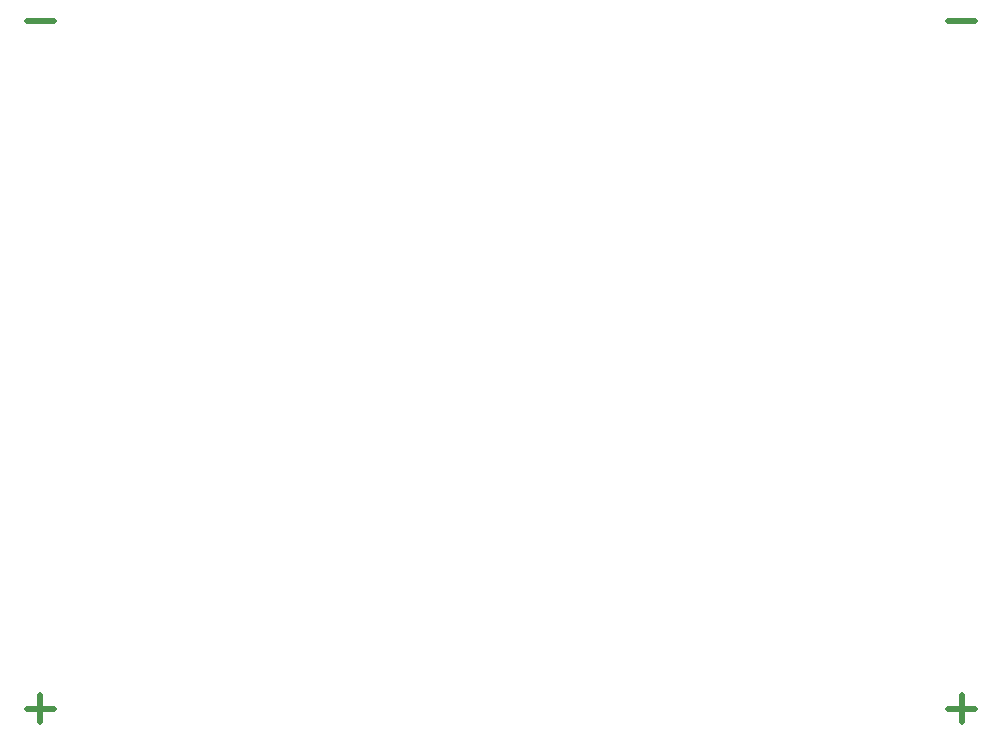
<source format=gbr>
%TF.GenerationSoftware,KiCad,Pcbnew,(6.0.7)*%
%TF.CreationDate,2022-10-18T10:08:25+03:00*%
%TF.ProjectId,TL-Node Rev.0,544c2d4e-6f64-4652-9052-65762e302e6b,rev?*%
%TF.SameCoordinates,Original*%
%TF.FileFunction,Legend,Bot*%
%TF.FilePolarity,Positive*%
%FSLAX46Y46*%
G04 Gerber Fmt 4.6, Leading zero omitted, Abs format (unit mm)*
G04 Created by KiCad (PCBNEW (6.0.7)) date 2022-10-18 10:08:25*
%MOMM*%
%LPD*%
G01*
G04 APERTURE LIST*
%ADD10C,0.500000*%
G04 APERTURE END LIST*
D10*
X62142857Y-61714285D02*
X59857142Y-61714285D01*
X62142857Y-119964285D02*
X59857142Y-119964285D01*
X61000000Y-121107142D02*
X61000000Y-118821428D01*
X140142857Y-61714285D02*
X137857142Y-61714285D01*
X140142857Y-119964285D02*
X137857142Y-119964285D01*
X139000000Y-121107142D02*
X139000000Y-118821428D01*
M02*

</source>
